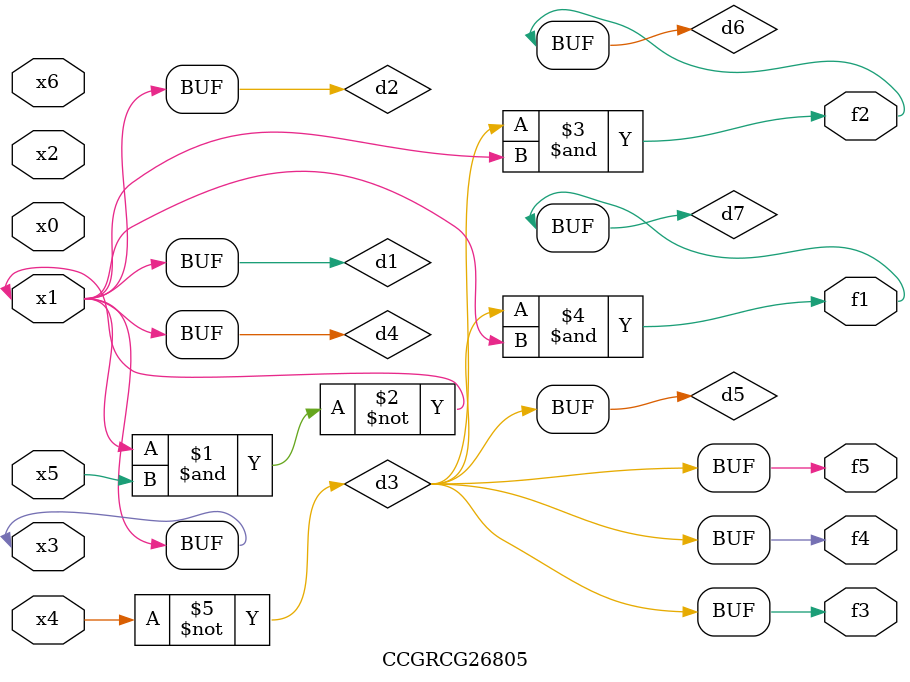
<source format=v>
module CCGRCG26805(
	input x0, x1, x2, x3, x4, x5, x6,
	output f1, f2, f3, f4, f5
);

	wire d1, d2, d3, d4, d5, d6, d7;

	buf (d1, x1, x3);
	nand (d2, x1, x5);
	not (d3, x4);
	buf (d4, d1, d2);
	buf (d5, d3);
	and (d6, d3, d4);
	and (d7, d3, d4);
	assign f1 = d7;
	assign f2 = d6;
	assign f3 = d5;
	assign f4 = d5;
	assign f5 = d5;
endmodule

</source>
